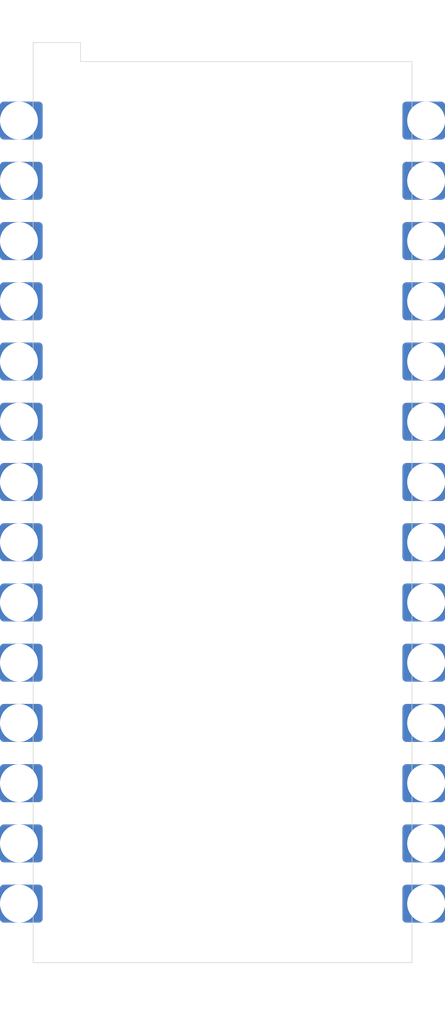
<source format=kicad_pcb>
(kicad_pcb (version 20171130) (host pcbnew 5.1.5-52549c5~84~ubuntu19.04.1)

  (general
    (thickness 1.6)
    (drawings 6)
    (tracks 0)
    (zones 0)
    (modules 2)
    (nets 1)
  )

  (page A4)
  (layers
    (0 Top signal)
    (31 Bottom signal)
    (32 B.Adhes user hide)
    (33 F.Adhes user hide)
    (34 B.Paste user hide)
    (35 F.Paste user hide)
    (36 B.SilkS user)
    (37 F.SilkS user)
    (38 B.Mask user)
    (39 F.Mask user)
    (40 Dwgs.User user)
    (41 Cmts.User user hide)
    (42 Eco1.User user hide)
    (43 Eco2.User user)
    (44 Edge.Cuts user)
    (45 Margin user hide)
    (46 B.CrtYd user hide)
    (47 F.CrtYd user hide)
    (48 B.Fab user hide)
    (49 F.Fab user hide)
  )

  (setup
    (last_trace_width 0.2032)
    (user_trace_width 0.2032)
    (user_trace_width 0.4064)
    (trace_clearance 0.2032)
    (zone_clearance 0.508)
    (zone_45_only no)
    (trace_min 0.1524)
    (via_size 0.508)
    (via_drill 0.254)
    (via_min_size 0.254)
    (via_min_drill 0.254)
    (user_via 0.508 0.254)
    (uvia_size 0.508)
    (uvia_drill 0.254)
    (uvias_allowed no)
    (uvia_min_size 0.508)
    (uvia_min_drill 0.1524)
    (edge_width 0.0254)
    (segment_width 0.2032)
    (pcb_text_width 0.254)
    (pcb_text_size 1.2192 1.2192)
    (mod_edge_width 0.0762)
    (mod_text_size 0.6096 0.6096)
    (mod_text_width 0.0762)
    (pad_size 0.7 0.7)
    (pad_drill 0.7)
    (pad_to_mask_clearance 0)
    (aux_axis_origin 0 0)
    (grid_origin 147.2184 99.187)
    (visible_elements FFFFFF7F)
    (pcbplotparams
      (layerselection 0x01ff0_ffffffff)
      (usegerberextensions false)
      (usegerberattributes false)
      (usegerberadvancedattributes false)
      (creategerberjobfile false)
      (excludeedgelayer true)
      (linewidth 0.050800)
      (plotframeref false)
      (viasonmask false)
      (mode 1)
      (useauxorigin false)
      (hpglpennumber 1)
      (hpglpenspeed 20)
      (hpglpendiameter 15.000000)
      (psnegative false)
      (psa4output false)
      (plotreference true)
      (plotvalue true)
      (plotinvisibletext false)
      (padsonsilk false)
      (subtractmaskfromsilk false)
      (outputformat 1)
      (mirror false)
      (drillshape 0)
      (scaleselection 1)
      (outputdirectory "gerber_export/bump/"))
  )

  (net 0 "")

  (net_class Default "This is the default net class."
    (clearance 0.2032)
    (trace_width 0.2032)
    (via_dia 0.508)
    (via_drill 0.254)
    (uvia_dia 0.508)
    (uvia_drill 0.254)
    (diff_pair_width 0.2032)
    (diff_pair_gap 0.254)
  )

  (module 000_LOCAL:pcb2molex8878_bump (layer Top) (tedit 5E3BE538) (tstamp 5DB19C82)
    (at 147.2184 99.187)
    (descr "Castellated edge contacts to fit Molex 8878 Socket")
    (solder_mask_margin -0.28)
    (fp_text reference carrier1 (at -0.9906 -0.9906 -90) (layer Dwgs.User) hide
      (effects (font (size 1.2065 1.2065) (thickness 0.127)) (justify left bottom))
    )
    (fp_text value pcb2molex8878_bump (at 2.23 -9.45 -90) (layer F.Fab) hide
      (effects (font (size 1.2065 1.2065) (thickness 0.1016)) (justify left bottom))
    )
    (fp_line (start -4.1 -17.31) (end -3.22 -17.31) (layer Dwgs.User) (width 0.01))
    (fp_line (start -4.1 -18) (end -4.1 -17.31) (layer Dwgs.User) (width 0.01))
    (fp_line (start -6.08 -16.51) (end -5.35 -16.51) (layer Dwgs.User) (width 0.01))
    (fp_line (start -6.08 -18.3) (end -6.08 -16.51) (layer Dwgs.User) (width 0.01))
    (fp_line (start -6.08 -18.3) (end -6.28 -18.1) (layer Dwgs.User) (width 0.01))
    (fp_line (start -6.08 -18.3) (end -5.88 -18.1) (layer Dwgs.User) (width 0.01))
    (fp_text user "10.0 x 1.0 retainer wedges on top surface" (at 0.11 -17.31) (layer Dwgs.User)
      (effects (font (size 0.2 0.2) (thickness 0.01)))
    )
    (fp_line (start -4.1 -18) (end -3.9 -17.8) (layer Dwgs.User) (width 0.01))
    (fp_line (start -4.1 -18) (end -4.3 -17.8) (layer Dwgs.User) (width 0.01))
    (fp_line (start 5 19) (end -5 19) (layer Dwgs.User) (width 0.01))
    (fp_line (start 5 18) (end 5 19) (layer Dwgs.User) (width 0.01))
    (fp_line (start -5 18) (end 5 18) (layer Dwgs.User) (width 0.01))
    (fp_line (start -5 19) (end -5 18) (layer Dwgs.User) (width 0.01))
    (fp_line (start 5 -19) (end -5 -19) (layer Dwgs.User) (width 0.01))
    (fp_line (start 5 -18) (end 5 -19) (layer Dwgs.User) (width 0.01))
    (fp_line (start -5 -18) (end 5 -18) (layer Dwgs.User) (width 0.01))
    (fp_line (start -5 -19) (end -5 -18) (layer Dwgs.User) (width 0.01))
    (fp_line (start 7.2 18.3) (end -7.2 18.3) (layer Dwgs.User) (width 0.01))
    (fp_line (start 7.2 -18.3) (end 7.2 18.3) (layer Dwgs.User) (width 0.01))
    (fp_line (start -7.2 -18.3) (end 7.2 -18.3) (layer Dwgs.User) (width 0.01))
    (fp_line (start -7.2 18.3) (end -7.2 -18.3) (layer Dwgs.User) (width 0.01))
    (fp_arc (start -5.1364 -19.8636) (end -6 -19.8636) (angle -90) (layer Dwgs.User) (width 0.01))
    (fp_text user "actual pcb edge - 0.34\" mill radius" (at -4.05 -19.65) (layer Dwgs.User)
      (effects (font (size 0.1 0.1) (thickness 0.01)))
    )
    (fp_line (start -5.75 -19.4) (end -5.5 -19.65) (layer Dwgs.User) (width 0.01))
    (fp_line (start -5.75 -19.4) (end -5.6 -19.4) (layer Dwgs.User) (width 0.01))
    (fp_line (start -5.75 -19.4) (end -5.75 -19.55) (layer Dwgs.User) (width 0.01))
    (fp_text user "Router Path" (at -6.8 -19.3) (layer Dwgs.User)
      (effects (font (size 0.1 0.1) (thickness 0.01)))
    )
    (fp_line (start -6 -19.3) (end -6.1 -19.15) (layer Dwgs.User) (width 0.01))
    (fp_line (start -6 -19.3) (end -6.1 -19.45) (layer Dwgs.User) (width 0.01))
    (fp_line (start -6.3 -19.3) (end -6 -19.3) (layer Dwgs.User) (width 0.01))
    (fp_line (start -6 -19.3) (end -6.3 -19.3) (layer Dwgs.User) (width 0.01))
    (fp_line (start -6 -19) (end 8 -19) (layer Eco2.User) (width 0.01))
    (fp_line (start -8 -19.8) (end -8 19) (layer Eco2.User) (width 0.01))
    (fp_line (start -6 -19.8) (end -6 -19) (layer Eco2.User) (width 0.01))
    (fp_line (start -8 -19.8) (end -6 -19.8) (layer Eco2.User) (width 0.01))
    (fp_text user "36.6 x 14.4 x 1.4 - backside pocket" (at -2.42 -16.5) (layer Dwgs.User)
      (effects (font (size 0.2 0.2) (thickness 0.01)))
    )
    (fp_line (start 8 19) (end 8 -19) (layer Eco2.User) (width 0.01))
    (fp_line (start 8 19) (end -8 19) (layer Eco2.User) (width 0.01))
    (fp_text user "Eco2.User is Edge.Cuts for use with \"pcb2molex8878_bump\" carrier." (at -0.05 13.65) (layer Eco2.User)
      (effects (font (size 0.2 0.2) (thickness 0.01)))
    )
    (model ${KIPRJMOD}/000_LOCAL.pretty/3d/pcb2molex8878_bump.step
      (offset (xyz 0 0 -0.4))
      (scale (xyz 1 1 1))
      (rotate (xyz 0 0 90))
    )
  )

  (module 000_LOCAL:pcb2molex8878 locked (layer Top) (tedit 5DC5CCE6) (tstamp 5DAB3CD0)
    (at 147.2184 99.187)
    (descr "Castellated edge contacts to fit Molex 8878 Socket")
    (solder_mask_margin -0.28)
    (fp_text reference contacts1 (at -0.9906 -0.9906 -90) (layer Dwgs.User) hide
      (effects (font (size 1.2065 1.2065) (thickness 0.127)) (justify left bottom))
    )
    (fp_text value Molex_50-39-5288 (at 2.0701 -8.8773 -90) (layer F.Fab) hide
      (effects (font (size 1.2065 1.2065) (thickness 0.1016)) (justify left bottom))
    )
    (fp_line (start -0.762 -19.05) (end -0.762 -21.59) (layer Eco1.User) (width 0.01))
    (fp_line (start -0.762 -21.59) (end 0.762 -21.59) (layer Eco1.User) (width 0.01))
    (fp_line (start 0.762 -21.59) (end 0.762 -19.05) (layer Eco1.User) (width 0.01))
    (fp_line (start -4.5593 19.05) (end -4.5593 21.59) (layer Eco1.User) (width 0.01))
    (fp_line (start -4.5593 21.59) (end -3.0353 21.59) (layer Eco1.User) (width 0.01))
    (fp_line (start -3.0353 21.59) (end -3.0353 19.05) (layer Eco1.User) (width 0.01))
    (fp_line (start 4.5593 19.05) (end 4.5593 21.59) (layer Eco1.User) (width 0.01))
    (fp_line (start 4.5593 21.59) (end 3.0353 21.59) (layer Eco1.User) (width 0.01))
    (fp_line (start 3.0353 21.59) (end 3.0353 19.05) (layer Eco1.User) (width 0.01))
    (fp_line (start 3.0353 19.05) (end -3.0353 19.05) (layer Eco1.User) (width 0.01))
    (fp_arc (start -5.4229 19.9136) (end -4.5593 19.9136) (angle -90) (layer Eco1.User) (width 0.00508))
    (fp_arc (start -2.1717 19.9136) (end -2.1717 19.05) (angle -90) (layer Eco1.User) (width 0.00508))
    (fp_arc (start 5.4229 19.9136) (end 5.4229 19.05) (angle -90) (layer Eco1.User) (width 0.00508))
    (fp_arc (start 2.1717 19.9136) (end 3.0353 19.9136) (angle -90) (layer Eco1.User) (width 0.00508))
    (fp_arc (start -1.6256 -19.9136) (end -1.6256 -19.05) (angle -90) (layer Eco1.User) (width 0.00508))
    (fp_arc (start 1.6256 -19.9136) (end 0.762 -19.9136) (angle -90) (layer Eco1.User) (width 0.00508))
    (fp_line (start -8.1 19.05) (end -8.1 -19.05) (layer Eco1.User) (width 0.01))
    (fp_line (start 8.1 19.05) (end 8.1 -19.05) (layer Eco1.User) (width 0.01))
    (fp_text user "Eco1.User is Edge.Cuts for use without carrier." (at -0.0298 12.25) (layer Eco1.User)
      (effects (font (size 0.2 0.2) (thickness 0.01)))
    )
    (fp_line (start -8.1 -19.05) (end -0.762 -19.05) (layer Eco1.User) (width 0.01))
    (fp_line (start 0.762 -19.05) (end 8.1 -19.05) (layer Eco1.User) (width 0.01))
    (fp_line (start -8.1 19.05) (end -4.5593 19.05) (layer Eco1.User) (width 0.01))
    (fp_line (start 4.5593 19.05) (end 8.1 19.05) (layer Eco1.User) (width 0.01))
    (pad 28 thru_hole roundrect (at 8.6 -16.51 180) (size 1.8 1.6) (drill 1.6 (offset 0.1 0)) (layers *.Cu *.Mask) (roundrect_rratio 0.1)
      (solder_mask_margin -0.19))
    (pad 14 thru_hole roundrect (at -8.6 16.51) (size 1.8 1.6) (drill 1.6 (offset 0.1 0)) (layers *.Cu *.Mask) (roundrect_rratio 0.1)
      (solder_mask_margin -0.19))
    (pad 27 thru_hole roundrect (at 8.6 -13.97 180) (size 1.8 1.6) (drill 1.6 (offset 0.1 0)) (layers *.Cu *.Mask) (roundrect_rratio 0.1)
      (solder_mask_margin -0.19))
    (pad 13 thru_hole roundrect (at -8.6 13.97) (size 1.8 1.6) (drill 1.6 (offset 0.1 0)) (layers *.Cu *.Mask) (roundrect_rratio 0.1)
      (solder_mask_margin -0.19))
    (pad 26 thru_hole roundrect (at 8.6 -11.43 180) (size 1.8 1.6) (drill 1.6 (offset 0.1 0)) (layers *.Cu *.Mask) (roundrect_rratio 0.1)
      (solder_mask_margin -0.19))
    (pad 12 thru_hole roundrect (at -8.6 11.43) (size 1.8 1.6) (drill 1.6 (offset 0.1 0)) (layers *.Cu *.Mask) (roundrect_rratio 0.1)
      (solder_mask_margin -0.19))
    (pad 25 thru_hole roundrect (at 8.6 -8.89 180) (size 1.8 1.6) (drill 1.6 (offset 0.1 0)) (layers *.Cu *.Mask) (roundrect_rratio 0.1)
      (solder_mask_margin -0.19))
    (pad 11 thru_hole roundrect (at -8.6 8.89) (size 1.8 1.6) (drill 1.6 (offset 0.1 0)) (layers *.Cu *.Mask) (roundrect_rratio 0.1)
      (solder_mask_margin -0.19))
    (pad 24 thru_hole roundrect (at 8.6 -6.35 180) (size 1.8 1.6) (drill 1.6 (offset 0.1 0)) (layers *.Cu *.Mask) (roundrect_rratio 0.1)
      (solder_mask_margin -0.19))
    (pad 10 thru_hole roundrect (at -8.6 6.35) (size 1.8 1.6) (drill 1.6 (offset 0.1 0)) (layers *.Cu *.Mask) (roundrect_rratio 0.1)
      (solder_mask_margin -0.19))
    (pad 23 thru_hole roundrect (at 8.6 -3.81 180) (size 1.8 1.6) (drill 1.6 (offset 0.1 0)) (layers *.Cu *.Mask) (roundrect_rratio 0.1)
      (solder_mask_margin -0.19))
    (pad 9 thru_hole roundrect (at -8.6 3.81) (size 1.8 1.6) (drill 1.6 (offset 0.1 0)) (layers *.Cu *.Mask) (roundrect_rratio 0.1)
      (solder_mask_margin -0.19))
    (pad 22 thru_hole roundrect (at 8.6 -1.27 180) (size 1.8 1.6) (drill 1.6 (offset 0.1 0)) (layers *.Cu *.Mask) (roundrect_rratio 0.1)
      (solder_mask_margin -0.19))
    (pad 8 thru_hole roundrect (at -8.6 1.27) (size 1.8 1.6) (drill 1.6 (offset 0.1 0)) (layers *.Cu *.Mask) (roundrect_rratio 0.1)
      (solder_mask_margin -0.19))
    (pad 21 thru_hole roundrect (at 8.6 1.27 180) (size 1.8 1.6) (drill 1.6 (offset 0.1 0)) (layers *.Cu *.Mask) (roundrect_rratio 0.1)
      (solder_mask_margin -0.19))
    (pad 7 thru_hole roundrect (at -8.6 -1.27) (size 1.8 1.6) (drill 1.6 (offset 0.1 0)) (layers *.Cu *.Mask) (roundrect_rratio 0.1)
      (solder_mask_margin -0.19))
    (pad 20 thru_hole roundrect (at 8.6 3.81 180) (size 1.8 1.6) (drill 1.6 (offset 0.1 0)) (layers *.Cu *.Mask) (roundrect_rratio 0.1)
      (solder_mask_margin -0.19))
    (pad 6 thru_hole roundrect (at -8.6 -3.81) (size 1.8 1.6) (drill 1.6 (offset 0.1 0)) (layers *.Cu *.Mask) (roundrect_rratio 0.1)
      (solder_mask_margin -0.19))
    (pad 19 thru_hole roundrect (at 8.6 6.35 180) (size 1.8 1.6) (drill 1.6 (offset 0.1 0)) (layers *.Cu *.Mask) (roundrect_rratio 0.1)
      (solder_mask_margin -0.19))
    (pad 5 thru_hole roundrect (at -8.6 -6.35) (size 1.8 1.6) (drill 1.6 (offset 0.1 0)) (layers *.Cu *.Mask) (roundrect_rratio 0.1)
      (solder_mask_margin -0.19))
    (pad 18 thru_hole roundrect (at 8.6 8.89 180) (size 1.8 1.6) (drill 1.6 (offset 0.1 0)) (layers *.Cu *.Mask) (roundrect_rratio 0.1)
      (solder_mask_margin -0.19))
    (pad 4 thru_hole roundrect (at -8.6 -8.89) (size 1.8 1.6) (drill 1.6 (offset 0.1 0)) (layers *.Cu *.Mask) (roundrect_rratio 0.1)
      (solder_mask_margin -0.19))
    (pad 17 thru_hole roundrect (at 8.6 11.43 180) (size 1.8 1.6) (drill 1.6 (offset 0.1 0)) (layers *.Cu *.Mask) (roundrect_rratio 0.1)
      (solder_mask_margin -0.19))
    (pad 3 thru_hole roundrect (at -8.6 -11.43) (size 1.8 1.6) (drill 1.6 (offset 0.1 0)) (layers *.Cu *.Mask) (roundrect_rratio 0.1)
      (solder_mask_margin -0.19))
    (pad 16 thru_hole roundrect (at 8.6 13.97 180) (size 1.8 1.6) (drill 1.6 (offset 0.1 0)) (layers *.Cu *.Mask) (roundrect_rratio 0.1)
      (solder_mask_margin -0.19))
    (pad 2 thru_hole roundrect (at -8.6 -13.97) (size 1.8 1.6) (drill 1.6 (offset 0.1 0)) (layers *.Cu *.Mask) (roundrect_rratio 0.1)
      (solder_mask_margin -0.19))
    (pad 15 thru_hole roundrect (at 8.6 16.51 180) (size 1.8 1.6) (drill 1.6 (offset 0.1 0)) (layers *.Cu *.Mask) (roundrect_rratio 0.1)
      (solder_mask_margin -0.19))
    (pad 1 thru_hole roundrect (at -8.6 -16.51) (size 1.8 1.6) (drill 1.6 (offset 0.1 0)) (layers *.Cu *.Mask) (roundrect_rratio 0.1)
      (solder_mask_margin -0.19))
  )

  (gr_line (start 139.2184 79.387) (end 139.2184 118.187) (layer Edge.Cuts) (width 0.0254) (tstamp 5E3BE9BB))
  (gr_line (start 155.2184 118.187) (end 155.2184 80.187) (layer Edge.Cuts) (width 0.0254) (tstamp 5E3BE9BA))
  (gr_line (start 141.2184 80.187) (end 155.2184 80.187) (layer Edge.Cuts) (width 0.0254) (tstamp 5DB6743B))
  (gr_line (start 141.2184 79.387) (end 141.2184 80.187) (layer Edge.Cuts) (width 0.0254))
  (gr_line (start 139.2184 79.387) (end 141.2184 79.387) (layer Edge.Cuts) (width 0.0254))
  (gr_line (start 139.2184 118.187) (end 155.2184 118.187) (layer Edge.Cuts) (width 0.0254))

)

</source>
